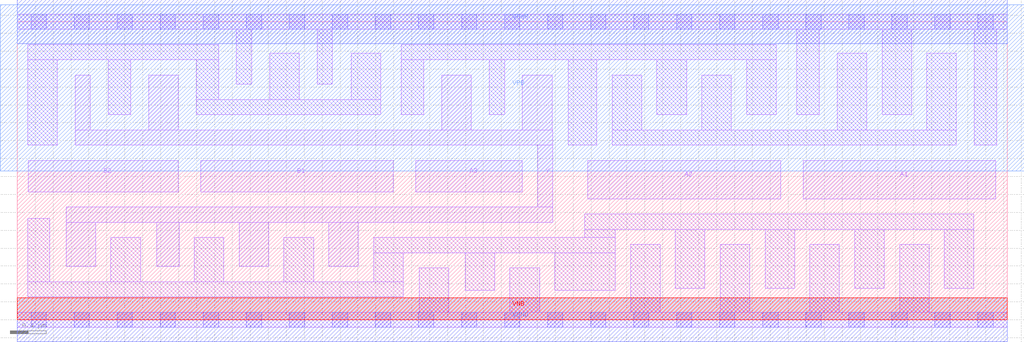
<source format=lef>
# Copyright 2020 The SkyWater PDK Authors
#
# Licensed under the Apache License, Version 2.0 (the "License");
# you may not use this file except in compliance with the License.
# You may obtain a copy of the License at
#
#     https://www.apache.org/licenses/LICENSE-2.0
#
# Unless required by applicable law or agreed to in writing, software
# distributed under the License is distributed on an "AS IS" BASIS,
# WITHOUT WARRANTIES OR CONDITIONS OF ANY KIND, either express or implied.
# See the License for the specific language governing permissions and
# limitations under the License.
#
# SPDX-License-Identifier: Apache-2.0

VERSION 5.7 ;
  NOWIREEXTENSIONATPIN ON ;
  DIVIDERCHAR "/" ;
  BUSBITCHARS "[]" ;
MACRO sky130_fd_sc_ls__o32ai_4
  CLASS CORE ;
  FOREIGN sky130_fd_sc_ls__o32ai_4 ;
  ORIGIN  0.000000  0.000000 ;
  SIZE  11.04000 BY  3.330000 ;
  SYMMETRY X Y ;
  SITE unit ;
  PIN A1
    ANTENNAGATEAREA  1.116000 ;
    DIRECTION INPUT ;
    USE SIGNAL ;
    PORT
      LAYER li1 ;
        RECT 8.765000 1.350000 10.915000 1.780000 ;
    END
  END A1
  PIN A2
    ANTENNAGATEAREA  1.116000 ;
    DIRECTION INPUT ;
    USE SIGNAL ;
    PORT
      LAYER li1 ;
        RECT 6.365000 1.350000 8.515000 1.780000 ;
    END
  END A2
  PIN A3
    ANTENNAGATEAREA  1.116000 ;
    DIRECTION INPUT ;
    USE SIGNAL ;
    PORT
      LAYER li1 ;
        RECT 4.445000 1.430000 5.635000 1.780000 ;
    END
  END A3
  PIN B1
    ANTENNAGATEAREA  1.116000 ;
    DIRECTION INPUT ;
    USE SIGNAL ;
    PORT
      LAYER li1 ;
        RECT 2.045000 1.430000 4.195000 1.780000 ;
    END
  END B1
  PIN B2
    ANTENNAGATEAREA  1.116000 ;
    DIRECTION INPUT ;
    USE SIGNAL ;
    PORT
      LAYER li1 ;
        RECT 0.125000 1.430000 1.795000 1.780000 ;
    END
  END B2
  PIN Y
    ANTENNADIFFAREA  2.287500 ;
    DIRECTION OUTPUT ;
    USE SIGNAL ;
    PORT
      LAYER li1 ;
        RECT 0.545000 0.595000 0.875000 1.090000 ;
        RECT 0.545000 1.090000 5.975000 1.260000 ;
        RECT 0.645000 1.950000 5.975000 2.120000 ;
        RECT 0.645000 2.120000 0.815000 2.735000 ;
        RECT 1.465000 2.120000 1.795000 2.735000 ;
        RECT 1.555000 0.595000 1.805000 1.090000 ;
        RECT 2.475000 0.595000 2.805000 1.090000 ;
        RECT 3.475000 0.595000 3.805000 1.090000 ;
        RECT 4.735000 2.120000 5.065000 2.735000 ;
        RECT 5.635000 2.120000 5.965000 2.735000 ;
        RECT 5.805000 1.260000 5.975000 1.950000 ;
    END
  END Y
  PIN VGND
    DIRECTION INOUT ;
    SHAPE ABUTMENT ;
    USE GROUND ;
    PORT
      LAYER met1 ;
        RECT 0.000000 -0.245000 11.040000 0.245000 ;
    END
  END VGND
  PIN VNB
    DIRECTION INOUT ;
    USE GROUND ;
    PORT
      LAYER pwell ;
        RECT 0.000000 0.000000 11.040000 0.245000 ;
    END
  END VNB
  PIN VPB
    DIRECTION INOUT ;
    USE POWER ;
    PORT
      LAYER nwell ;
        RECT -0.190000 1.660000 11.230000 3.520000 ;
    END
  END VPB
  PIN VPWR
    DIRECTION INOUT ;
    SHAPE ABUTMENT ;
    USE POWER ;
    PORT
      LAYER met1 ;
        RECT 0.000000 3.085000 11.040000 3.575000 ;
    END
  END VPWR
  OBS
    LAYER li1 ;
      RECT  0.000000 -0.085000 11.040000 0.085000 ;
      RECT  0.000000  3.245000 11.040000 3.415000 ;
      RECT  0.115000  0.255000  4.305000 0.425000 ;
      RECT  0.115000  0.425000  0.365000 1.130000 ;
      RECT  0.115000  1.950000  0.445000 2.905000 ;
      RECT  0.115000  2.905000  2.245000 3.075000 ;
      RECT  1.015000  2.290000  1.265000 2.905000 ;
      RECT  1.045000  0.425000  1.375000 0.920000 ;
      RECT  1.975000  0.425000  2.305000 0.920000 ;
      RECT  1.995000  2.290000  4.055000 2.460000 ;
      RECT  1.995000  2.460000  2.245000 2.905000 ;
      RECT  2.445000  2.630000  2.615000 3.245000 ;
      RECT  2.815000  2.460000  3.145000 2.980000 ;
      RECT  2.975000  0.425000  3.305000 0.920000 ;
      RECT  3.345000  2.630000  3.515000 3.245000 ;
      RECT  3.725000  2.460000  4.055000 2.980000 ;
      RECT  3.975000  0.425000  4.305000 0.750000 ;
      RECT  3.975000  0.750000  6.670000 0.920000 ;
      RECT  4.285000  2.290000  4.535000 2.905000 ;
      RECT  4.285000  2.905000  8.465000 3.075000 ;
      RECT  4.485000  0.085000  4.815000 0.580000 ;
      RECT  4.995000  0.330000  5.325000 0.750000 ;
      RECT  5.265000  2.290000  5.435000 2.905000 ;
      RECT  5.495000  0.085000  5.825000 0.580000 ;
      RECT  5.995000  0.330000  6.670000 0.750000 ;
      RECT  6.145000  1.950000  6.465000 2.905000 ;
      RECT  6.330000  0.920000  6.670000 1.010000 ;
      RECT  6.330000  1.010000 10.670000 1.180000 ;
      RECT  6.635000  1.950000 10.475000 2.120000 ;
      RECT  6.635000  2.120000  6.965000 2.735000 ;
      RECT  6.840000  0.085000  7.170000 0.840000 ;
      RECT  7.135000  2.290000  7.465000 2.905000 ;
      RECT  7.340000  0.350000  7.670000 1.010000 ;
      RECT  7.635000  2.120000  7.965000 2.735000 ;
      RECT  7.840000  0.085000  8.170000 0.840000 ;
      RECT  8.135000  2.290000  8.465000 2.905000 ;
      RECT  8.340000  0.350000  8.670000 1.010000 ;
      RECT  8.695000  2.290000  8.945000 3.245000 ;
      RECT  8.840000  0.085000  9.170000 0.840000 ;
      RECT  9.145000  2.120000  9.475000 2.980000 ;
      RECT  9.340000  0.350000  9.670000 1.010000 ;
      RECT  9.645000  2.290000  9.975000 3.245000 ;
      RECT  9.840000  0.085000 10.170000 0.840000 ;
      RECT 10.145000  2.120000 10.475000 2.980000 ;
      RECT 10.340000  0.350000 10.670000 1.010000 ;
      RECT 10.675000  1.950000 10.925000 3.245000 ;
    LAYER mcon ;
      RECT  0.155000 -0.085000  0.325000 0.085000 ;
      RECT  0.155000  3.245000  0.325000 3.415000 ;
      RECT  0.635000 -0.085000  0.805000 0.085000 ;
      RECT  0.635000  3.245000  0.805000 3.415000 ;
      RECT  1.115000 -0.085000  1.285000 0.085000 ;
      RECT  1.115000  3.245000  1.285000 3.415000 ;
      RECT  1.595000 -0.085000  1.765000 0.085000 ;
      RECT  1.595000  3.245000  1.765000 3.415000 ;
      RECT  2.075000 -0.085000  2.245000 0.085000 ;
      RECT  2.075000  3.245000  2.245000 3.415000 ;
      RECT  2.555000 -0.085000  2.725000 0.085000 ;
      RECT  2.555000  3.245000  2.725000 3.415000 ;
      RECT  3.035000 -0.085000  3.205000 0.085000 ;
      RECT  3.035000  3.245000  3.205000 3.415000 ;
      RECT  3.515000 -0.085000  3.685000 0.085000 ;
      RECT  3.515000  3.245000  3.685000 3.415000 ;
      RECT  3.995000 -0.085000  4.165000 0.085000 ;
      RECT  3.995000  3.245000  4.165000 3.415000 ;
      RECT  4.475000 -0.085000  4.645000 0.085000 ;
      RECT  4.475000  3.245000  4.645000 3.415000 ;
      RECT  4.955000 -0.085000  5.125000 0.085000 ;
      RECT  4.955000  3.245000  5.125000 3.415000 ;
      RECT  5.435000 -0.085000  5.605000 0.085000 ;
      RECT  5.435000  3.245000  5.605000 3.415000 ;
      RECT  5.915000 -0.085000  6.085000 0.085000 ;
      RECT  5.915000  3.245000  6.085000 3.415000 ;
      RECT  6.395000 -0.085000  6.565000 0.085000 ;
      RECT  6.395000  3.245000  6.565000 3.415000 ;
      RECT  6.875000 -0.085000  7.045000 0.085000 ;
      RECT  6.875000  3.245000  7.045000 3.415000 ;
      RECT  7.355000 -0.085000  7.525000 0.085000 ;
      RECT  7.355000  3.245000  7.525000 3.415000 ;
      RECT  7.835000 -0.085000  8.005000 0.085000 ;
      RECT  7.835000  3.245000  8.005000 3.415000 ;
      RECT  8.315000 -0.085000  8.485000 0.085000 ;
      RECT  8.315000  3.245000  8.485000 3.415000 ;
      RECT  8.795000 -0.085000  8.965000 0.085000 ;
      RECT  8.795000  3.245000  8.965000 3.415000 ;
      RECT  9.275000 -0.085000  9.445000 0.085000 ;
      RECT  9.275000  3.245000  9.445000 3.415000 ;
      RECT  9.755000 -0.085000  9.925000 0.085000 ;
      RECT  9.755000  3.245000  9.925000 3.415000 ;
      RECT 10.235000 -0.085000 10.405000 0.085000 ;
      RECT 10.235000  3.245000 10.405000 3.415000 ;
      RECT 10.715000 -0.085000 10.885000 0.085000 ;
      RECT 10.715000  3.245000 10.885000 3.415000 ;
  END
END sky130_fd_sc_ls__o32ai_4
END LIBRARY

</source>
